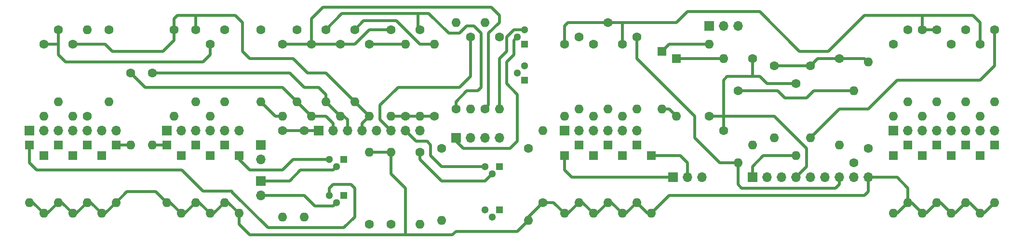
<source format=gbr>
%TF.GenerationSoftware,KiCad,Pcbnew,(5.1.8)-1*%
%TF.CreationDate,2020-12-25T14:24:52+01:00*%
%TF.ProjectId,5S14,35533134-2e6b-4696-9361-645f70636258,rev?*%
%TF.SameCoordinates,Original*%
%TF.FileFunction,Copper,L1,Top*%
%TF.FilePolarity,Positive*%
%FSLAX46Y46*%
G04 Gerber Fmt 4.6, Leading zero omitted, Abs format (unit mm)*
G04 Created by KiCad (PCBNEW (5.1.8)-1) date 2020-12-25 14:24:52*
%MOMM*%
%LPD*%
G01*
G04 APERTURE LIST*
%TA.AperFunction,ComponentPad*%
%ADD10O,1.600000X1.600000*%
%TD*%
%TA.AperFunction,ComponentPad*%
%ADD11C,1.600000*%
%TD*%
%TA.AperFunction,ComponentPad*%
%ADD12R,1.300000X1.300000*%
%TD*%
%TA.AperFunction,ComponentPad*%
%ADD13C,1.300000*%
%TD*%
%TA.AperFunction,ComponentPad*%
%ADD14R,1.600000X1.600000*%
%TD*%
%TA.AperFunction,ComponentPad*%
%ADD15O,1.700000X1.700000*%
%TD*%
%TA.AperFunction,ComponentPad*%
%ADD16R,1.700000X1.700000*%
%TD*%
%TA.AperFunction,Conductor*%
%ADD17C,0.500000*%
%TD*%
G04 APERTURE END LIST*
D10*
%TO.P,R859,2*%
%TO.N,P5-6*%
X140970000Y-66675000D03*
D11*
%TO.P,R859,1*%
%TO.N,P6-2*%
X140970000Y-81915000D03*
%TD*%
D10*
%TO.P,R882,2*%
%TO.N,P10-1*%
X200660000Y-90170000D03*
D11*
%TO.P,R882,1*%
%TO.N,P10-4*%
X200660000Y-77470000D03*
%TD*%
D10*
%TO.P,R822,2*%
%TO.N,P2-2*%
X91440000Y-83185000D03*
D11*
%TO.P,R822,1*%
%TO.N,P5-4*%
X91440000Y-67945000D03*
%TD*%
D12*
%TO.P,Q6,1*%
%TO.N,Net-(Q4-Pad1)*%
X148590000Y-92075000D03*
D13*
%TO.P,Q6,3*%
%TO.N,P5-7*%
X146050000Y-92075000D03*
%TO.P,Q6,2*%
%TO.N,Net-(Q6-Pad2)*%
X147320000Y-93345000D03*
%TD*%
D12*
%TO.P,Q5,1*%
%TO.N,Net-(Q3-Pad1)*%
X148590000Y-99695000D03*
D13*
%TO.P,Q5,3*%
%TO.N,P5-7*%
X146050000Y-99695000D03*
%TO.P,Q5,2*%
%TO.N,Net-(Q5-Pad2)*%
X147320000Y-100965000D03*
%TD*%
D12*
%TO.P,Q4,1*%
%TO.N,Net-(Q4-Pad1)*%
X153035000Y-76835000D03*
D13*
%TO.P,Q4,3*%
%TO.N,P1-1*%
X153035000Y-74295000D03*
%TO.P,Q4,2*%
%TO.N,P6-3*%
X151765000Y-75565000D03*
%TD*%
D12*
%TO.P,Q3,1*%
%TO.N,Net-(Q3-Pad1)*%
X153035000Y-70485000D03*
D13*
%TO.P,Q3,3*%
%TO.N,P2-6*%
X153035000Y-67945000D03*
%TO.P,Q3,2*%
%TO.N,P6-1*%
X151765000Y-69215000D03*
%TD*%
D12*
%TO.P,Q2,1*%
%TO.N,Net-(Q2-Pad1)*%
X121285000Y-97155000D03*
D13*
%TO.P,Q2,3*%
%TO.N,P1-1*%
X118745000Y-97155000D03*
%TO.P,Q2,2*%
%TO.N,P4-2*%
X120015000Y-98425000D03*
%TD*%
D12*
%TO.P,Q1,1*%
%TO.N,Net-(Q1-Pad1)*%
X121285000Y-90805000D03*
D13*
%TO.P,Q1,3*%
%TO.N,P2-6*%
X118745000Y-90805000D03*
%TO.P,Q1,2*%
%TO.N,P4-1*%
X120015000Y-92075000D03*
%TD*%
D10*
%TO.P,R898,2*%
%TO.N,P11-8*%
X235585000Y-80645000D03*
D11*
%TO.P,R898,1*%
%TO.N,P10-5*%
X235585000Y-67945000D03*
%TD*%
D10*
%TO.P,R897,2*%
%TO.N,P11-7*%
X233045000Y-83185000D03*
D11*
%TO.P,R897,1*%
%TO.N,P10-6*%
X233045000Y-70485000D03*
%TD*%
D10*
%TO.P,R896,2*%
%TO.N,P11-6*%
X230505000Y-80645000D03*
D11*
%TO.P,R896,1*%
%TO.N,P10-7*%
X230505000Y-67945000D03*
%TD*%
D10*
%TO.P,R895,2*%
%TO.N,P11-5*%
X227965000Y-83185000D03*
D11*
%TO.P,R895,1*%
%TO.N,P10-7*%
X227965000Y-70485000D03*
%TD*%
D10*
%TO.P,R894,2*%
%TO.N,P11-4*%
X225425000Y-80645000D03*
D11*
%TO.P,R894,1*%
%TO.N,P10-6*%
X225425000Y-67945000D03*
%TD*%
D10*
%TO.P,R893,2*%
%TO.N,P11-3*%
X222885000Y-83185000D03*
D11*
%TO.P,R893,1*%
%TO.N,P10-6*%
X222885000Y-67945000D03*
%TD*%
D10*
%TO.P,R892,2*%
%TO.N,P11-2*%
X220345000Y-80645000D03*
D11*
%TO.P,R892,1*%
%TO.N,P10-3*%
X220345000Y-67945000D03*
%TD*%
D10*
%TO.P,R891,2*%
%TO.N,P11-1*%
X217805000Y-83185000D03*
D11*
%TO.P,R891,1*%
%TO.N,P10-3*%
X217805000Y-70485000D03*
%TD*%
D10*
%TO.P,R886,2*%
%TO.N,P10-2*%
X213360000Y-73660000D03*
D11*
%TO.P,R886,1*%
%TO.N,P10-8*%
X213360000Y-88900000D03*
%TD*%
D10*
%TO.P,R885,2*%
%TO.N,P8-2*%
X210820000Y-78740000D03*
D11*
%TO.P,R885,1*%
%TO.N,P10-8*%
X210820000Y-91440000D03*
%TD*%
D10*
%TO.P,R884,2*%
%TO.N,P10-7*%
X208280000Y-88265000D03*
D11*
%TO.P,R884,1*%
%TO.N,P10-2*%
X208280000Y-73025000D03*
%TD*%
D10*
%TO.P,R883,2*%
%TO.N,P10-5*%
X203200000Y-86995000D03*
D11*
%TO.P,R883,1*%
%TO.N,P10-2*%
X203200000Y-74295000D03*
%TD*%
D10*
%TO.P,R881,2*%
%TO.N,P10-3*%
X196850000Y-86995000D03*
D11*
%TO.P,R881,1*%
%TO.N,P10-2*%
X196850000Y-74295000D03*
%TD*%
D10*
%TO.P,R880,2*%
%TO.N,P10-2*%
X193040000Y-88265000D03*
D11*
%TO.P,R880,1*%
%TO.N,P10-4*%
X193040000Y-73025000D03*
%TD*%
D10*
%TO.P,R879,2*%
%TO.N,P9-2*%
X187960000Y-73025000D03*
D11*
%TO.P,R879,1*%
%TO.N,P10-4*%
X187960000Y-85725000D03*
%TD*%
D10*
%TO.P,R878,2*%
%TO.N,P9-1*%
X185420000Y-70485000D03*
D11*
%TO.P,R878,1*%
%TO.N,P10-4*%
X185420000Y-83185000D03*
%TD*%
D10*
%TO.P,R877,2*%
%TO.N,P10-7*%
X190500000Y-91440000D03*
D11*
%TO.P,R877,1*%
%TO.N,P8-2*%
X190500000Y-78740000D03*
%TD*%
D10*
%TO.P,R876,2*%
%TO.N,P7-6*%
X172720000Y-81915000D03*
D11*
%TO.P,R876,1*%
%TO.N,P10-7*%
X172720000Y-69215000D03*
%TD*%
D10*
%TO.P,R875,2*%
%TO.N,P7-5*%
X170180000Y-83185000D03*
D11*
%TO.P,R875,1*%
%TO.N,P10-6*%
X170180000Y-70485000D03*
%TD*%
D10*
%TO.P,R874,2*%
%TO.N,P7-4*%
X167640000Y-81915000D03*
D11*
%TO.P,R874,1*%
%TO.N,P10-6*%
X167640000Y-66675000D03*
%TD*%
D10*
%TO.P,R873,2*%
%TO.N,P7-3*%
X165100000Y-83185000D03*
D11*
%TO.P,R873,1*%
%TO.N,P10-3*%
X165100000Y-70485000D03*
%TD*%
D10*
%TO.P,R872,2*%
%TO.N,P7-2*%
X162560000Y-81915000D03*
D11*
%TO.P,R872,1*%
%TO.N,P10-3*%
X162560000Y-69215000D03*
%TD*%
D10*
%TO.P,R871,2*%
%TO.N,P7-1*%
X160020000Y-83185000D03*
D11*
%TO.P,R871,1*%
%TO.N,P10-6*%
X160020000Y-70485000D03*
%TD*%
D10*
%TO.P,R864,2*%
%TO.N,Net-(Q3-Pad1)*%
X156210000Y-85725000D03*
D11*
%TO.P,R864,1*%
%TO.N,P10-9*%
X156210000Y-98425000D03*
%TD*%
D10*
%TO.P,R863,2*%
%TO.N,P10-9*%
X153670000Y-101600000D03*
D11*
%TO.P,R863,1*%
%TO.N,Net-(Q4-Pad1)*%
X153670000Y-88900000D03*
%TD*%
D10*
%TO.P,R862,2*%
%TO.N,P2-6*%
X148590000Y-81915000D03*
D11*
%TO.P,R862,1*%
%TO.N,P5-6*%
X148590000Y-69215000D03*
%TD*%
D10*
%TO.P,R861,2*%
%TO.N,P5-6*%
X146050000Y-66675000D03*
D11*
%TO.P,R861,1*%
%TO.N,P6-4*%
X146050000Y-81915000D03*
%TD*%
D10*
%TO.P,R860,2*%
%TO.N,P1-1*%
X143510000Y-81915000D03*
D11*
%TO.P,R860,1*%
%TO.N,P5-6*%
X143510000Y-69215000D03*
%TD*%
D10*
%TO.P,R858,2*%
%TO.N,P2-6*%
X137160000Y-70485000D03*
D11*
%TO.P,R858,1*%
%TO.N,P5-5*%
X137160000Y-83185000D03*
%TD*%
D10*
%TO.P,R857,2*%
%TO.N,P3-1*%
X138430000Y-101600000D03*
D11*
%TO.P,R857,1*%
%TO.N,Net-(Q5-Pad2)*%
X138430000Y-88900000D03*
%TD*%
D10*
%TO.P,R856,2*%
%TO.N,P5-5*%
X134620000Y-83185000D03*
D11*
%TO.P,R856,1*%
%TO.N,P6-2*%
X134620000Y-67945000D03*
%TD*%
D10*
%TO.P,R855,2*%
%TO.N,P3-2*%
X134620000Y-102235000D03*
D11*
%TO.P,R855,1*%
%TO.N,Net-(Q6-Pad2)*%
X134620000Y-89535000D03*
%TD*%
D10*
%TO.P,R854,2*%
%TO.N,P1-1*%
X132080000Y-70485000D03*
D11*
%TO.P,R854,1*%
%TO.N,P5-5*%
X132080000Y-83185000D03*
%TD*%
D10*
%TO.P,R853,2*%
%TO.N,P5-5*%
X129540000Y-83185000D03*
D11*
%TO.P,R853,1*%
%TO.N,P6-4*%
X129540000Y-67945000D03*
%TD*%
D10*
%TO.P,R852,2*%
%TO.N,P10-9*%
X129540000Y-89535000D03*
D11*
%TO.P,R852,1*%
%TO.N,P3-2*%
X129540000Y-102235000D03*
%TD*%
D10*
%TO.P,R851,2*%
%TO.N,P5-4*%
X125730000Y-83185000D03*
D11*
%TO.P,R851,1*%
%TO.N,P1-1*%
X125730000Y-70485000D03*
%TD*%
D10*
%TO.P,R850,2*%
%TO.N,P10-9*%
X125730000Y-89535000D03*
D11*
%TO.P,R850,1*%
%TO.N,P3-1*%
X125730000Y-102235000D03*
%TD*%
D10*
%TO.P,R849,2*%
%TO.N,P5-4*%
X123190000Y-80645000D03*
D11*
%TO.P,R849,1*%
%TO.N,P2-6*%
X123190000Y-67945000D03*
%TD*%
D10*
%TO.P,R848,2*%
%TO.N,P5-3*%
X120650000Y-83185000D03*
D11*
%TO.P,R848,1*%
%TO.N,P6-4*%
X120650000Y-70485000D03*
%TD*%
D10*
%TO.P,R847,2*%
%TO.N,P5-3*%
X118110000Y-80645000D03*
D11*
%TO.P,R847,1*%
%TO.N,P6-2*%
X118110000Y-67945000D03*
%TD*%
D10*
%TO.P,R846,2*%
%TO.N,P5-2*%
X115570000Y-83185000D03*
D11*
%TO.P,R846,1*%
%TO.N,P6-4*%
X115570000Y-70485000D03*
%TD*%
D10*
%TO.P,R845,2*%
%TO.N,P5-2*%
X113030000Y-80645000D03*
D11*
%TO.P,R845,1*%
%TO.N,P6-2*%
X113030000Y-67945000D03*
%TD*%
D10*
%TO.P,R844,2*%
%TO.N,P5-1*%
X110490000Y-83185000D03*
D11*
%TO.P,R844,1*%
%TO.N,P6-4*%
X110490000Y-70485000D03*
%TD*%
D10*
%TO.P,R843,2*%
%TO.N,P5-1*%
X106680000Y-80645000D03*
D11*
%TO.P,R843,1*%
%TO.N,P6-2*%
X106680000Y-67945000D03*
%TD*%
D10*
%TO.P,R842,2*%
%TO.N,Net-(Q2-Pad1)*%
X114300000Y-100965000D03*
D11*
%TO.P,R842,1*%
%TO.N,P5-1*%
X114300000Y-85725000D03*
%TD*%
D10*
%TO.P,R841,2*%
%TO.N,Net-(Q1-Pad1)*%
X110490000Y-100965000D03*
D11*
%TO.P,R841,1*%
%TO.N,P5-1*%
X110490000Y-85725000D03*
%TD*%
D10*
%TO.P,R825,2*%
%TO.N,P2-5*%
X100330000Y-80645000D03*
D11*
%TO.P,R825,1*%
%TO.N,P5-1*%
X100330000Y-67945000D03*
%TD*%
D10*
%TO.P,R824,2*%
%TO.N,P2-4*%
X97790000Y-83185000D03*
D11*
%TO.P,R824,1*%
%TO.N,P5-1*%
X97790000Y-70485000D03*
%TD*%
D10*
%TO.P,R823,2*%
%TO.N,P2-3*%
X95250000Y-80645000D03*
D11*
%TO.P,R823,1*%
%TO.N,P5-4*%
X95250000Y-67945000D03*
%TD*%
D10*
%TO.P,R821,2*%
%TO.N,P2-1*%
X87630000Y-88265000D03*
D11*
%TO.P,R821,1*%
%TO.N,P5-3*%
X87630000Y-75565000D03*
%TD*%
D10*
%TO.P,R817,2*%
%TO.N,P1-7*%
X83820000Y-88265000D03*
D11*
%TO.P,R817,1*%
%TO.N,P5-2*%
X83820000Y-75565000D03*
%TD*%
D10*
%TO.P,R816,2*%
%TO.N,P1-6*%
X80010000Y-80645000D03*
D11*
%TO.P,R816,1*%
%TO.N,P5-3*%
X80010000Y-67945000D03*
%TD*%
D10*
%TO.P,R815,2*%
%TO.N,P1-5*%
X76200000Y-67945000D03*
D11*
%TO.P,R815,1*%
%TO.N,P5-4*%
X76200000Y-83185000D03*
%TD*%
D10*
%TO.P,R814,2*%
%TO.N,P1-4*%
X73660000Y-83185000D03*
D11*
%TO.P,R814,1*%
%TO.N,P5-4*%
X73660000Y-70485000D03*
%TD*%
D10*
%TO.P,R813,2*%
%TO.N,P1-3*%
X71120000Y-80645000D03*
D11*
%TO.P,R813,1*%
%TO.N,P5-1*%
X71120000Y-67945000D03*
%TD*%
D10*
%TO.P,R812,2*%
%TO.N,P1-2*%
X68580000Y-83185000D03*
D11*
%TO.P,R812,1*%
%TO.N,P5-1*%
X68580000Y-70485000D03*
%TD*%
D10*
%TO.P,D898,2*%
%TO.N,P10-9*%
X235585000Y-98425000D03*
D14*
%TO.P,D898,1*%
%TO.N,P11-8*%
X235585000Y-88265000D03*
%TD*%
D10*
%TO.P,D897,2*%
%TO.N,P10-9*%
X233045000Y-100330000D03*
D14*
%TO.P,D897,1*%
%TO.N,P11-7*%
X233045000Y-90170000D03*
%TD*%
D10*
%TO.P,D896,2*%
%TO.N,P10-9*%
X230505000Y-98425000D03*
D14*
%TO.P,D896,1*%
%TO.N,P11-6*%
X230505000Y-88265000D03*
%TD*%
D10*
%TO.P,D895,2*%
%TO.N,P10-9*%
X227965000Y-100330000D03*
D14*
%TO.P,D895,1*%
%TO.N,P11-5*%
X227965000Y-90170000D03*
%TD*%
D10*
%TO.P,D894,2*%
%TO.N,P10-9*%
X225425000Y-98425000D03*
D14*
%TO.P,D894,1*%
%TO.N,P11-4*%
X225425000Y-88265000D03*
%TD*%
D10*
%TO.P,D893,2*%
%TO.N,P10-9*%
X222885000Y-100330000D03*
D14*
%TO.P,D893,1*%
%TO.N,P11-3*%
X222885000Y-90170000D03*
%TD*%
D10*
%TO.P,D892,2*%
%TO.N,P10-9*%
X220345000Y-98425000D03*
D14*
%TO.P,D892,1*%
%TO.N,P11-2*%
X220345000Y-88265000D03*
%TD*%
D10*
%TO.P,D891,2*%
%TO.N,P10-9*%
X217805000Y-100330000D03*
D14*
%TO.P,D891,1*%
%TO.N,P11-1*%
X217805000Y-90170000D03*
%TD*%
D10*
%TO.P,D879,2*%
%TO.N,P10-9*%
X179705000Y-83185000D03*
D14*
%TO.P,D879,1*%
%TO.N,P9-2*%
X179705000Y-73025000D03*
%TD*%
D10*
%TO.P,D878,2*%
%TO.N,P10-9*%
X177165000Y-81915000D03*
D14*
%TO.P,D878,1*%
%TO.N,P9-1*%
X177165000Y-71755000D03*
%TD*%
D10*
%TO.P,D877,2*%
%TO.N,P10-9*%
X175260000Y-100330000D03*
D14*
%TO.P,D877,1*%
%TO.N,P8-2*%
X175260000Y-90170000D03*
%TD*%
D10*
%TO.P,D876,2*%
%TO.N,P10-9*%
X172720000Y-98425000D03*
D14*
%TO.P,D876,1*%
%TO.N,P7-6*%
X172720000Y-88265000D03*
%TD*%
D10*
%TO.P,D875,2*%
%TO.N,P10-9*%
X170180000Y-100330000D03*
D14*
%TO.P,D875,1*%
%TO.N,P7-5*%
X170180000Y-90170000D03*
%TD*%
D10*
%TO.P,D874,2*%
%TO.N,P10-9*%
X167640000Y-98425000D03*
D14*
%TO.P,D874,1*%
%TO.N,P7-4*%
X167640000Y-88265000D03*
%TD*%
D10*
%TO.P,D873,2*%
%TO.N,P10-9*%
X165100000Y-100330000D03*
D14*
%TO.P,D873,1*%
%TO.N,P7-3*%
X165100000Y-90170000D03*
%TD*%
D10*
%TO.P,D872,2*%
%TO.N,P10-9*%
X162560000Y-98425000D03*
D14*
%TO.P,D872,1*%
%TO.N,P7-2*%
X162560000Y-88265000D03*
%TD*%
D10*
%TO.P,D871,2*%
%TO.N,P10-9*%
X160020000Y-100330000D03*
D14*
%TO.P,D871,1*%
%TO.N,P7-1*%
X160020000Y-90170000D03*
%TD*%
D10*
%TO.P,D826,2*%
%TO.N,P10-9*%
X102870000Y-100330000D03*
D14*
%TO.P,D826,1*%
%TO.N,P2-6*%
X102870000Y-90170000D03*
%TD*%
D10*
%TO.P,D825,2*%
%TO.N,P10-9*%
X100330000Y-98425000D03*
D14*
%TO.P,D825,1*%
%TO.N,P2-5*%
X100330000Y-88265000D03*
%TD*%
D10*
%TO.P,D824,2*%
%TO.N,P10-9*%
X97790000Y-100330000D03*
D14*
%TO.P,D824,1*%
%TO.N,P2-4*%
X97790000Y-90170000D03*
%TD*%
D10*
%TO.P,D823,2*%
%TO.N,P10-9*%
X95250000Y-98425000D03*
D14*
%TO.P,D823,1*%
%TO.N,P2-3*%
X95250000Y-88265000D03*
%TD*%
D10*
%TO.P,D822,2*%
%TO.N,P10-9*%
X92710000Y-100330000D03*
D14*
%TO.P,D822,1*%
%TO.N,P2-2*%
X92710000Y-90170000D03*
%TD*%
D10*
%TO.P,D821,2*%
%TO.N,P10-9*%
X90170000Y-98425000D03*
D14*
%TO.P,D821,1*%
%TO.N,P2-1*%
X90170000Y-88265000D03*
%TD*%
D10*
%TO.P,D817,2*%
%TO.N,P10-9*%
X81280000Y-98425000D03*
D14*
%TO.P,D817,1*%
%TO.N,P1-7*%
X81280000Y-88265000D03*
%TD*%
D10*
%TO.P,D816,2*%
%TO.N,P10-9*%
X78740000Y-100330000D03*
D14*
%TO.P,D816,1*%
%TO.N,P1-6*%
X78740000Y-90170000D03*
%TD*%
D10*
%TO.P,D815,2*%
%TO.N,P10-9*%
X76200000Y-98425000D03*
D14*
%TO.P,D815,1*%
%TO.N,P1-5*%
X76200000Y-88265000D03*
%TD*%
D10*
%TO.P,D814,2*%
%TO.N,P10-9*%
X73660000Y-100330000D03*
D14*
%TO.P,D814,1*%
%TO.N,P1-4*%
X73660000Y-90170000D03*
%TD*%
D10*
%TO.P,D813,2*%
%TO.N,P10-9*%
X71120000Y-98425000D03*
D14*
%TO.P,D813,1*%
%TO.N,P1-3*%
X71120000Y-88265000D03*
%TD*%
D10*
%TO.P,D812,2*%
%TO.N,P10-9*%
X68580000Y-100330000D03*
D14*
%TO.P,D812,1*%
%TO.N,P1-2*%
X68580000Y-90170000D03*
%TD*%
D10*
%TO.P,D811,2*%
%TO.N,P10-9*%
X66040000Y-98425000D03*
D14*
%TO.P,D811,1*%
%TO.N,P1-1*%
X66040000Y-88265000D03*
%TD*%
D15*
%TO.P,J11,8*%
%TO.N,P11-8*%
X235585000Y-85725000D03*
%TO.P,J11,7*%
%TO.N,P11-7*%
X233045000Y-85725000D03*
%TO.P,J11,6*%
%TO.N,P11-6*%
X230505000Y-85725000D03*
%TO.P,J11,5*%
%TO.N,P11-5*%
X227965000Y-85725000D03*
%TO.P,J11,4*%
%TO.N,P11-4*%
X225425000Y-85725000D03*
%TO.P,J11,3*%
%TO.N,P11-3*%
X222885000Y-85725000D03*
%TO.P,J11,2*%
%TO.N,P11-2*%
X220345000Y-85725000D03*
D16*
%TO.P,J11,1*%
%TO.N,P11-1*%
X217805000Y-85725000D03*
%TD*%
D15*
%TO.P,J10,9*%
%TO.N,P10-9*%
X213360000Y-93980000D03*
%TO.P,J10,8*%
%TO.N,P10-8*%
X210820000Y-93980000D03*
%TO.P,J10,7*%
%TO.N,P10-7*%
X208280000Y-93980000D03*
%TO.P,J10,6*%
%TO.N,P10-6*%
X205740000Y-93980000D03*
%TO.P,J10,5*%
%TO.N,P10-5*%
X203200000Y-93980000D03*
%TO.P,J10,4*%
%TO.N,P10-4*%
X200660000Y-93980000D03*
%TO.P,J10,3*%
%TO.N,P10-3*%
X198120000Y-93980000D03*
%TO.P,J10,2*%
%TO.N,P10-2*%
X195580000Y-93980000D03*
D16*
%TO.P,J10,1*%
%TO.N,P10-1*%
X193040000Y-93980000D03*
%TD*%
D15*
%TO.P,J9,3*%
%TO.N,P8-2*%
X190500000Y-67310000D03*
%TO.P,J9,2*%
%TO.N,P9-2*%
X187960000Y-67310000D03*
D16*
%TO.P,J9,1*%
%TO.N,P9-1*%
X185420000Y-67310000D03*
%TD*%
D15*
%TO.P,J8,3*%
%TO.N,P11-7*%
X184150000Y-93980000D03*
%TO.P,J8,2*%
%TO.N,P8-2*%
X181610000Y-93980000D03*
D16*
%TO.P,J8,1*%
%TO.N,P7-1*%
X179070000Y-93980000D03*
%TD*%
D15*
%TO.P,J7,6*%
%TO.N,P7-6*%
X172720000Y-85725000D03*
%TO.P,J7,5*%
%TO.N,P7-5*%
X170180000Y-85725000D03*
%TO.P,J7,4*%
%TO.N,P7-4*%
X167640000Y-85725000D03*
%TO.P,J7,3*%
%TO.N,P7-3*%
X165100000Y-85725000D03*
%TO.P,J7,2*%
%TO.N,P7-2*%
X162560000Y-85725000D03*
D16*
%TO.P,J7,1*%
%TO.N,P7-1*%
X160020000Y-85725000D03*
%TD*%
D15*
%TO.P,J6,4*%
%TO.N,P6-4*%
X148590000Y-86995000D03*
%TO.P,J6,3*%
%TO.N,P6-3*%
X146050000Y-86995000D03*
%TO.P,J6,2*%
%TO.N,P6-2*%
X143510000Y-86995000D03*
D16*
%TO.P,J6,1*%
%TO.N,P6-1*%
X140970000Y-86995000D03*
%TD*%
D15*
%TO.P,J5,8*%
%TO.N,P10-9*%
X134620000Y-85725000D03*
%TO.P,J5,7*%
%TO.N,P5-7*%
X132080000Y-85725000D03*
%TO.P,J5,6*%
%TO.N,P5-6*%
X129540000Y-85725000D03*
%TO.P,J5,5*%
%TO.N,P5-5*%
X127000000Y-85725000D03*
%TO.P,J5,4*%
%TO.N,P5-4*%
X124460000Y-85725000D03*
%TO.P,J5,3*%
%TO.N,P5-3*%
X121920000Y-85725000D03*
%TO.P,J5,2*%
%TO.N,P5-2*%
X119380000Y-85725000D03*
D16*
%TO.P,J5,1*%
%TO.N,P5-1*%
X116840000Y-85725000D03*
%TD*%
D15*
%TO.P,J4,2*%
%TO.N,P4-2*%
X106680000Y-97155000D03*
D16*
%TO.P,J4,1*%
%TO.N,P4-1*%
X106680000Y-94615000D03*
%TD*%
D15*
%TO.P,J3,2*%
%TO.N,P3-2*%
X106680000Y-90805000D03*
D16*
%TO.P,J3,1*%
%TO.N,P3-1*%
X106680000Y-88265000D03*
%TD*%
D15*
%TO.P,J2,6*%
%TO.N,P2-6*%
X102870000Y-85725000D03*
%TO.P,J2,5*%
%TO.N,P2-5*%
X100330000Y-85725000D03*
%TO.P,J2,4*%
%TO.N,P2-4*%
X97790000Y-85725000D03*
%TO.P,J2,3*%
%TO.N,P2-3*%
X95250000Y-85725000D03*
%TO.P,J2,2*%
%TO.N,P2-2*%
X92710000Y-85725000D03*
D16*
%TO.P,J2,1*%
%TO.N,P2-1*%
X90170000Y-85725000D03*
%TD*%
D15*
%TO.P,J1,7*%
%TO.N,P1-7*%
X81280000Y-85725000D03*
%TO.P,J1,6*%
%TO.N,P1-6*%
X78740000Y-85725000D03*
%TO.P,J1,5*%
%TO.N,P1-5*%
X76200000Y-85725000D03*
%TO.P,J1,4*%
%TO.N,P1-4*%
X73660000Y-85725000D03*
%TO.P,J1,3*%
%TO.N,P1-3*%
X71120000Y-85725000D03*
%TO.P,J1,2*%
%TO.N,P1-2*%
X68580000Y-85725000D03*
D16*
%TO.P,J1,1*%
%TO.N,P1-1*%
X66040000Y-85725000D03*
%TD*%
D17*
%TO.N,P10-9*%
X66675000Y-98425000D02*
X68580000Y-100330000D01*
X66040000Y-98425000D02*
X66675000Y-98425000D01*
X69215000Y-100330000D02*
X71120000Y-98425000D01*
X68580000Y-100330000D02*
X69215000Y-100330000D01*
X71755000Y-98425000D02*
X73660000Y-100330000D01*
X71120000Y-98425000D02*
X71755000Y-98425000D01*
X74295000Y-100330000D02*
X76200000Y-98425000D01*
X73660000Y-100330000D02*
X74295000Y-100330000D01*
X76835000Y-98425000D02*
X78740000Y-100330000D01*
X76200000Y-98425000D02*
X76835000Y-98425000D01*
X79375000Y-100330000D02*
X81280000Y-98425000D01*
X78740000Y-100330000D02*
X79375000Y-100330000D01*
X88265000Y-96520000D02*
X90170000Y-98425000D01*
X83185000Y-96520000D02*
X88265000Y-96520000D01*
X81280000Y-98425000D02*
X83185000Y-96520000D01*
X90805000Y-98425000D02*
X92710000Y-100330000D01*
X90170000Y-98425000D02*
X90805000Y-98425000D01*
X93345000Y-100330000D02*
X95250000Y-98425000D01*
X92710000Y-100330000D02*
X93345000Y-100330000D01*
X95885000Y-98425000D02*
X97790000Y-100330000D01*
X95250000Y-98425000D02*
X95885000Y-98425000D01*
X98425000Y-100330000D02*
X100330000Y-98425000D01*
X97790000Y-100330000D02*
X98425000Y-100330000D01*
X100965000Y-98425000D02*
X102870000Y-100330000D01*
X100330000Y-98425000D02*
X100965000Y-98425000D01*
X153670000Y-100965000D02*
X156210000Y-98425000D01*
X153670000Y-101600000D02*
X153670000Y-100965000D01*
X158115000Y-98425000D02*
X160020000Y-100330000D01*
X156210000Y-98425000D02*
X158115000Y-98425000D01*
X160655000Y-100330000D02*
X162560000Y-98425000D01*
X160020000Y-100330000D02*
X160655000Y-100330000D01*
X163195000Y-98425000D02*
X165100000Y-100330000D01*
X162560000Y-98425000D02*
X163195000Y-98425000D01*
X165735000Y-100330000D02*
X167640000Y-98425000D01*
X165100000Y-100330000D02*
X165735000Y-100330000D01*
X168275000Y-98425000D02*
X170180000Y-100330000D01*
X167640000Y-98425000D02*
X168275000Y-98425000D01*
X170815000Y-100330000D02*
X172720000Y-98425000D01*
X170180000Y-100330000D02*
X170815000Y-100330000D01*
X174625000Y-100330000D02*
X172720000Y-98425000D01*
X175260000Y-100330000D02*
X174625000Y-100330000D01*
X218440000Y-100330000D02*
X220345000Y-98425000D01*
X217805000Y-100330000D02*
X218440000Y-100330000D01*
X220980000Y-98425000D02*
X222885000Y-100330000D01*
X220345000Y-98425000D02*
X220980000Y-98425000D01*
X223520000Y-100330000D02*
X225425000Y-98425000D01*
X222885000Y-100330000D02*
X223520000Y-100330000D01*
X226060000Y-98425000D02*
X227965000Y-100330000D01*
X225425000Y-98425000D02*
X226060000Y-98425000D01*
X228600000Y-100330000D02*
X230505000Y-98425000D01*
X227965000Y-100330000D02*
X228600000Y-100330000D01*
X231140000Y-98425000D02*
X233045000Y-100330000D01*
X230505000Y-98425000D02*
X231140000Y-98425000D01*
X233680000Y-100330000D02*
X235585000Y-98425000D01*
X233045000Y-100330000D02*
X233680000Y-100330000D01*
X125730000Y-89535000D02*
X129540000Y-89535000D01*
X178435000Y-81915000D02*
X179705000Y-83185000D01*
X177165000Y-81915000D02*
X178435000Y-81915000D01*
X213360000Y-93980000D02*
X218440000Y-93980000D01*
X220345000Y-95885000D02*
X220345000Y-98425000D01*
X218440000Y-93980000D02*
X220345000Y-95885000D01*
X213360000Y-93980000D02*
X213360000Y-96520000D01*
X213360000Y-96520000D02*
X212725000Y-97155000D01*
X178435000Y-97155000D02*
X175260000Y-100330000D01*
X212725000Y-97155000D02*
X178435000Y-97155000D01*
X134620000Y-85725000D02*
X134620000Y-86360000D01*
X153670000Y-101600000D02*
X151765000Y-103505000D01*
X151765000Y-103505000D02*
X140970000Y-103505000D01*
X102870000Y-102235000D02*
X102870000Y-100330000D01*
X104775000Y-104140000D02*
X102870000Y-102235000D01*
X140970000Y-103505000D02*
X140335000Y-104140000D01*
X129540000Y-89535000D02*
X129540000Y-93345000D01*
X129540000Y-93345000D02*
X132080000Y-95885000D01*
X132080000Y-95885000D02*
X132080000Y-104140000D01*
X132080000Y-104140000D02*
X132715000Y-104140000D01*
X132715000Y-104140000D02*
X104775000Y-104140000D01*
X140335000Y-104140000D02*
X132715000Y-104140000D01*
%TO.N,P1-1*%
X125730000Y-70485000D02*
X132080000Y-70485000D01*
X67310000Y-92710000D02*
X66040000Y-91440000D01*
X66040000Y-91440000D02*
X66040000Y-88265000D01*
X118745000Y-97155000D02*
X118745000Y-95885000D01*
X118745000Y-95885000D02*
X119380000Y-95250000D01*
X122555000Y-95250000D02*
X123190000Y-95885000D01*
X123190000Y-95885000D02*
X123190000Y-100965000D01*
X123190000Y-100965000D02*
X121285000Y-102870000D01*
X119380000Y-95250000D02*
X122555000Y-95250000D01*
X121285000Y-102870000D02*
X107950000Y-102870000D01*
X96584999Y-96455001D02*
X92839998Y-92710000D01*
X92839998Y-92710000D02*
X67310000Y-92710000D01*
X101664999Y-96455001D02*
X96584999Y-96455001D01*
X101664999Y-96584999D02*
X107950000Y-102870000D01*
X101664999Y-96455001D02*
X101664999Y-96584999D01*
%TO.N,P1-7*%
X81280000Y-88265000D02*
X83820000Y-88265000D01*
%TO.N,P2-1*%
X87630000Y-88265000D02*
X90170000Y-88265000D01*
%TO.N,P2-6*%
X102870000Y-90170000D02*
X102870000Y-90805000D01*
X102870000Y-90805000D02*
X104775000Y-92710000D01*
X104775000Y-92710000D02*
X110490000Y-92710000D01*
X112395000Y-90805000D02*
X118745000Y-90805000D01*
X110490000Y-92710000D02*
X112395000Y-90805000D01*
X148590000Y-73025000D02*
X148590000Y-81915000D01*
X149860000Y-71755000D02*
X148590000Y-73025000D01*
X149860000Y-69215000D02*
X149860000Y-71755000D01*
X151130000Y-67945000D02*
X149860000Y-69215000D01*
X153035000Y-67945000D02*
X151130000Y-67945000D01*
X134620000Y-70485000D02*
X137160000Y-70485000D01*
X124777500Y-66357500D02*
X130492500Y-66357500D01*
X130492500Y-66357500D02*
X134620000Y-70485000D01*
X123190000Y-67945000D02*
X124777500Y-66357500D01*
%TO.N,P7-1*%
X160020000Y-90170000D02*
X160020000Y-92710000D01*
X161290000Y-93980000D02*
X179070000Y-93980000D01*
X160020000Y-92710000D02*
X161290000Y-93980000D01*
%TO.N,P8-2*%
X175260000Y-90170000D02*
X180340000Y-90170000D01*
X180340000Y-90170000D02*
X181610000Y-91440000D01*
X181610000Y-91440000D02*
X181610000Y-93980000D01*
X190500000Y-78740000D02*
X197485000Y-78740000D01*
X197485000Y-78740000D02*
X198755000Y-80010000D01*
X198755000Y-80010000D02*
X202565000Y-80010000D01*
X203835000Y-78740000D02*
X210820000Y-78740000D01*
X202565000Y-80010000D02*
X203835000Y-78740000D01*
%TO.N,P9-1*%
X177165000Y-71755000D02*
X178435000Y-70485000D01*
X178435000Y-70485000D02*
X185420000Y-70485000D01*
%TO.N,P9-2*%
X179705000Y-73025000D02*
X187960000Y-73025000D01*
%TO.N,P4-2*%
X119380000Y-99060000D02*
X120015000Y-98425000D01*
X116205000Y-99060000D02*
X119380000Y-99060000D01*
X114300000Y-97155000D02*
X116205000Y-99060000D01*
X106680000Y-97155000D02*
X114300000Y-97155000D01*
%TO.N,P4-1*%
X119380000Y-92710000D02*
X120015000Y-92075000D01*
X113665000Y-92710000D02*
X119380000Y-92710000D01*
X111760000Y-94615000D02*
X113665000Y-92710000D01*
X106680000Y-94615000D02*
X111760000Y-94615000D01*
%TO.N,P5-7*%
X132080000Y-85725000D02*
X133985000Y-87630000D01*
X133985000Y-87630000D02*
X135890000Y-87630000D01*
X135890000Y-87630000D02*
X136525000Y-88265000D01*
X136525000Y-88265000D02*
X136525000Y-90170000D01*
X136525000Y-90170000D02*
X138430000Y-92075000D01*
X138430000Y-92075000D02*
X146050000Y-92075000D01*
%TO.N,P5-6*%
X143510000Y-76200000D02*
X143510000Y-69215000D01*
X130810000Y-78105000D02*
X141605000Y-78105000D01*
X127635000Y-81280000D02*
X130810000Y-78105000D01*
X127635000Y-83820000D02*
X127635000Y-81280000D01*
X141605000Y-78105000D02*
X143510000Y-76200000D01*
X129540000Y-85725000D02*
X127635000Y-83820000D01*
%TO.N,P5-5*%
X129540000Y-83185000D02*
X132080000Y-83185000D01*
X132080000Y-83185000D02*
X134620000Y-83185000D01*
X134620000Y-83185000D02*
X137160000Y-83185000D01*
%TO.N,P5-4*%
X73660000Y-70485000D02*
X79375000Y-70485000D01*
X79375000Y-70485000D02*
X80645000Y-71755000D01*
X102235000Y-65405000D02*
X95250000Y-65405000D01*
X103505000Y-66675000D02*
X102235000Y-65405000D01*
X103505000Y-71755000D02*
X103505000Y-66675000D01*
X104775000Y-73025000D02*
X103505000Y-71755000D01*
X112395000Y-73025000D02*
X104775000Y-73025000D01*
X114935000Y-75565000D02*
X112395000Y-73025000D01*
X118110000Y-75565000D02*
X114935000Y-75565000D01*
X123190000Y-80645000D02*
X118110000Y-75565000D01*
X91440000Y-69850000D02*
X89535000Y-71755000D01*
X91440000Y-67945000D02*
X91440000Y-69850000D01*
X80645000Y-71755000D02*
X89535000Y-71755000D01*
X123190000Y-80645000D02*
X125730000Y-83185000D01*
X125730000Y-83185000D02*
X124460000Y-84455000D01*
X124460000Y-84455000D02*
X124460000Y-85725000D01*
X92075000Y-65405000D02*
X91440000Y-66040000D01*
X91440000Y-66040000D02*
X91440000Y-67945000D01*
X95250000Y-67945000D02*
X95250000Y-65405000D01*
X95250000Y-65405000D02*
X92075000Y-65405000D01*
%TO.N,P5-3*%
X87630000Y-75565000D02*
X111760000Y-75565000D01*
X111760000Y-75565000D02*
X114300000Y-78105000D01*
X114300000Y-78105000D02*
X116840000Y-78105000D01*
X118110000Y-79375000D02*
X118110000Y-80645000D01*
X116840000Y-78105000D02*
X118110000Y-79375000D01*
X118110000Y-80645000D02*
X120650000Y-83185000D01*
X120650000Y-83185000D02*
X121285000Y-83185000D01*
X121920000Y-83820000D02*
X121920000Y-85725000D01*
X121285000Y-83185000D02*
X121920000Y-83820000D01*
%TO.N,P5-2*%
X83820000Y-75565000D02*
X86360000Y-78105000D01*
X110490000Y-78105000D02*
X113030000Y-80645000D01*
X86360000Y-78105000D02*
X110490000Y-78105000D01*
X113030000Y-80645000D02*
X115570000Y-83185000D01*
X115570000Y-83185000D02*
X118110000Y-83185000D01*
X119380000Y-84455000D02*
X119380000Y-85725000D01*
X118110000Y-83185000D02*
X119380000Y-84455000D01*
%TO.N,P5-1*%
X71120000Y-72390000D02*
X72390000Y-73660000D01*
X72390000Y-73660000D02*
X96520000Y-73660000D01*
X97790000Y-72390000D02*
X97790000Y-70485000D01*
X96520000Y-73660000D02*
X97790000Y-72390000D01*
X110490000Y-85725000D02*
X114300000Y-85725000D01*
X114300000Y-85725000D02*
X116840000Y-85725000D01*
X109220000Y-83185000D02*
X106680000Y-80645000D01*
X110490000Y-83185000D02*
X109220000Y-83185000D01*
X68580000Y-70485000D02*
X71120000Y-70485000D01*
X71120000Y-70485000D02*
X71120000Y-72390000D01*
X71120000Y-67945000D02*
X71120000Y-70485000D01*
%TO.N,P6-4*%
X110490000Y-70485000D02*
X115570000Y-70485000D01*
X115570000Y-70485000D02*
X120650000Y-70485000D01*
X125730000Y-67945000D02*
X129540000Y-67945000D01*
X123190000Y-70485000D02*
X125730000Y-67945000D01*
X120650000Y-70485000D02*
X123190000Y-70485000D01*
X115570000Y-66040000D02*
X115570000Y-70485000D01*
X117634990Y-63975010D02*
X115570000Y-66040000D01*
X147160010Y-63975010D02*
X117634990Y-63975010D01*
X148590000Y-65405000D02*
X147160010Y-63975010D01*
X148590000Y-66675000D02*
X148590000Y-65405000D01*
X146685000Y-81280000D02*
X146685000Y-68580000D01*
X146685000Y-68580000D02*
X148590000Y-66675000D01*
X146050000Y-81915000D02*
X146685000Y-81280000D01*
%TO.N,P6-2*%
X144780000Y-78740000D02*
X142875000Y-78740000D01*
X142875000Y-78740000D02*
X140970000Y-80645000D01*
X144145000Y-67310000D02*
X145415000Y-68580000D01*
X142875000Y-67310000D02*
X144145000Y-67310000D01*
X145415000Y-68580000D02*
X145415000Y-78105000D01*
X139700000Y-68580000D02*
X141605000Y-68580000D01*
X141605000Y-68580000D02*
X142875000Y-67310000D01*
X136207500Y-65087500D02*
X139700000Y-68580000D01*
X140970000Y-80645000D02*
X140970000Y-81915000D01*
X145415000Y-78105000D02*
X144780000Y-78740000D01*
X118110000Y-67945000D02*
X120967500Y-65087500D01*
X134302500Y-65087500D02*
X136207500Y-65087500D01*
X120967500Y-65087500D02*
X134302500Y-65087500D01*
X134302500Y-67627500D02*
X134620000Y-67945000D01*
X134302500Y-65087500D02*
X134302500Y-67627500D01*
%TO.N,P6-1*%
X142240000Y-88900000D02*
X140970000Y-87630000D01*
X150495000Y-88900000D02*
X142240000Y-88900000D01*
X151765000Y-87630000D02*
X150495000Y-88900000D01*
X151765000Y-79375000D02*
X151765000Y-87630000D01*
X149860000Y-77470000D02*
X151765000Y-79375000D01*
X140970000Y-87630000D02*
X140970000Y-86995000D01*
X149860000Y-73660000D02*
X151130000Y-72390000D01*
X149860000Y-73660000D02*
X149860000Y-77470000D01*
X151130000Y-72390000D02*
X151130000Y-69850000D01*
X151765000Y-69215000D02*
X151130000Y-69850000D01*
%TO.N,P10-7*%
X172720000Y-69215000D02*
X172720000Y-73025000D01*
X172720000Y-73025000D02*
X182880000Y-83185000D01*
X182880000Y-83185000D02*
X182880000Y-86995000D01*
X187325000Y-91440000D02*
X190500000Y-91440000D01*
X182880000Y-86995000D02*
X187325000Y-91440000D01*
X190500000Y-91440000D02*
X190500000Y-95250000D01*
X190500000Y-95250000D02*
X191135000Y-95885000D01*
X191135000Y-95885000D02*
X207645000Y-95885000D01*
X208280000Y-95250000D02*
X208280000Y-93980000D01*
X207645000Y-95885000D02*
X208280000Y-95250000D01*
%TO.N,P10-6*%
X222885000Y-67945000D02*
X225425000Y-67945000D01*
X160020000Y-70485000D02*
X160020000Y-67310000D01*
X160655000Y-66675000D02*
X167640000Y-66675000D01*
X160020000Y-67310000D02*
X160655000Y-66675000D01*
X233045000Y-66675000D02*
X233045000Y-70485000D01*
X231775000Y-65405000D02*
X233045000Y-66675000D01*
X212725000Y-65405000D02*
X222885000Y-65405000D01*
X206375000Y-71755000D02*
X212725000Y-65405000D01*
X179705000Y-66675000D02*
X181610000Y-64770000D01*
X170180000Y-70485000D02*
X170180000Y-66675000D01*
X170180000Y-66675000D02*
X179705000Y-66675000D01*
X167640000Y-66675000D02*
X170180000Y-66675000D01*
X201295000Y-71755000D02*
X194310000Y-64770000D01*
X181610000Y-64770000D02*
X194310000Y-64770000D01*
X201295000Y-71755000D02*
X206375000Y-71755000D01*
X222885000Y-67945000D02*
X222885000Y-65405000D01*
X222885000Y-65405000D02*
X231775000Y-65405000D01*
%TO.N,P10-5*%
X235585000Y-74295000D02*
X235585000Y-67945000D01*
X233045000Y-76835000D02*
X235585000Y-74295000D01*
X218440000Y-76835000D02*
X233045000Y-76835000D01*
X213360000Y-81915000D02*
X218440000Y-76835000D01*
X208280000Y-81915000D02*
X213360000Y-81915000D01*
X203200000Y-86995000D02*
X208280000Y-81915000D01*
%TO.N,P10-4*%
X188595000Y-76200000D02*
X187960000Y-76835000D01*
X195580000Y-77470000D02*
X194310000Y-76200000D01*
X200660000Y-77470000D02*
X195580000Y-77470000D01*
X185420000Y-83185000D02*
X187960000Y-83185000D01*
X187960000Y-83185000D02*
X187960000Y-85725000D01*
X187960000Y-76835000D02*
X187960000Y-83185000D01*
X193040000Y-73025000D02*
X193040000Y-76200000D01*
X193040000Y-76200000D02*
X188595000Y-76200000D01*
X194310000Y-76200000D02*
X193040000Y-76200000D01*
X202565000Y-88900000D02*
X196850000Y-83185000D01*
X202565000Y-92075000D02*
X202565000Y-88900000D01*
X200660000Y-93980000D02*
X202565000Y-92075000D01*
X187960000Y-83185000D02*
X196850000Y-83185000D01*
%TO.N,P10-2*%
X204470000Y-73025000D02*
X203200000Y-74295000D01*
X208280000Y-73025000D02*
X204470000Y-73025000D01*
X203200000Y-74295000D02*
X196850000Y-74295000D01*
X212725000Y-73025000D02*
X213360000Y-73660000D01*
X208280000Y-73025000D02*
X212725000Y-73025000D01*
%TO.N,P10-1*%
X193040000Y-93980000D02*
X193040000Y-92075000D01*
X193040000Y-92075000D02*
X194945000Y-90170000D01*
X194945000Y-90170000D02*
X200660000Y-90170000D01*
%TO.N,Net-(Q6-Pad2)*%
X134620000Y-89535000D02*
X134620000Y-90805000D01*
X134620000Y-90805000D02*
X138430000Y-94615000D01*
X146050000Y-94615000D02*
X147320000Y-93345000D01*
X138430000Y-94615000D02*
X146050000Y-94615000D01*
%TD*%
M02*

</source>
